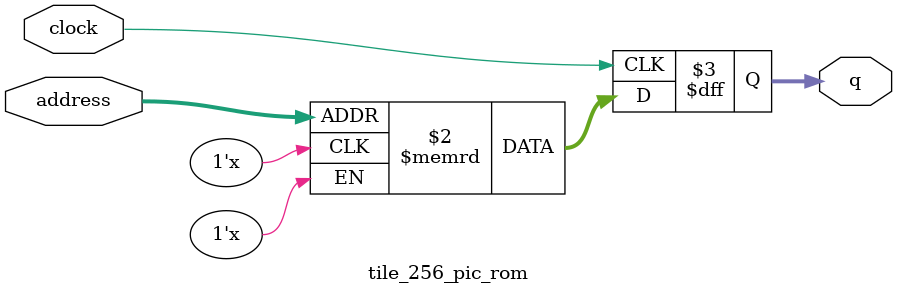
<source format=sv>
module tile_256_pic_rom (
	input logic clock,
	input logic [11:0] address,
	output logic [4:0] q
);

logic [4:0] memory [0:3071] /* synthesis ram_init_file = "./256 tile drawing/256 tile drawing.mif" */;

always_ff @ (posedge clock) begin
	q <= memory[address];
end

endmodule

</source>
